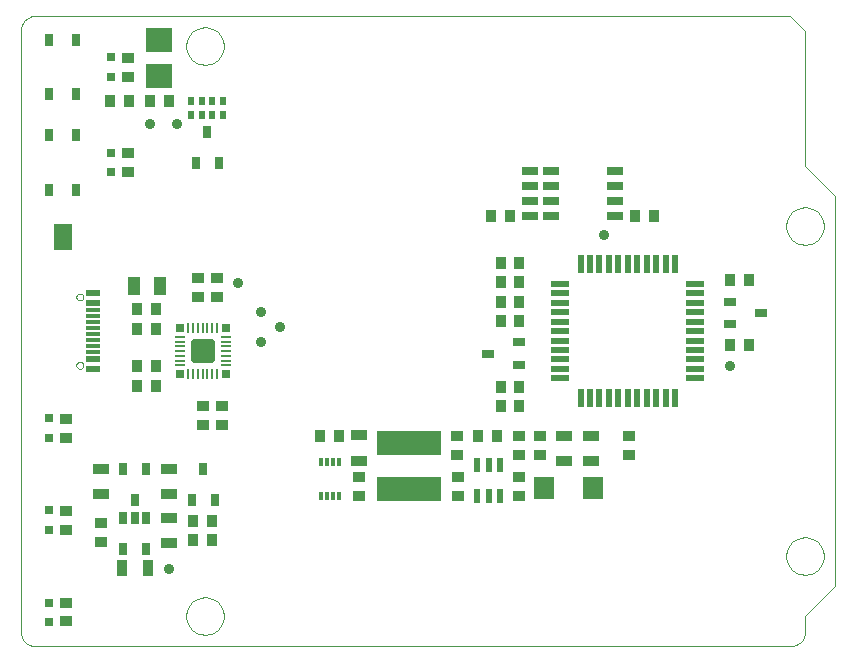
<source format=gbr>
G04 PROTEUS RS274X GERBER FILE*
%FSLAX45Y45*%
%MOMM*%
G01*
%AMPPAD089*
4,1,36,
0.423480,0.039380,
0.419120,0.053790,
0.412190,0.066740,
0.402970,0.077970,
0.391750,0.087190,
0.378790,0.094120,
0.364380,0.098480,
0.348800,0.100000,
-0.348800,0.100000,
-0.364380,0.098480,
-0.378790,0.094120,
-0.391750,0.087190,
-0.402970,0.077970,
-0.412190,0.066740,
-0.419120,0.053790,
-0.423480,0.039380,
-0.425000,0.023800,
-0.425000,-0.023800,
-0.423480,-0.039380,
-0.419120,-0.053790,
-0.412190,-0.066740,
-0.402970,-0.077970,
-0.391750,-0.087190,
-0.378790,-0.094120,
-0.364380,-0.098480,
-0.348800,-0.100000,
0.348800,-0.100000,
0.364380,-0.098480,
0.378790,-0.094120,
0.391750,-0.087190,
0.402970,-0.077970,
0.412190,-0.066740,
0.419120,-0.053790,
0.423480,-0.039380,
0.425000,-0.023800,
0.425000,0.023800,
0.423480,0.039380,
0*%
%ADD99PPAD089*%
%AMPPAD090*
4,1,36,
-0.039380,0.423480,
-0.053790,0.419120,
-0.066740,0.412190,
-0.077970,0.402970,
-0.087190,0.391750,
-0.094120,0.378790,
-0.098480,0.364380,
-0.100000,0.348800,
-0.100000,-0.348800,
-0.098480,-0.364380,
-0.094120,-0.378790,
-0.087190,-0.391750,
-0.077970,-0.402970,
-0.066740,-0.412190,
-0.053790,-0.419120,
-0.039380,-0.423480,
-0.023800,-0.425000,
0.023800,-0.425000,
0.039380,-0.423480,
0.053790,-0.419120,
0.066740,-0.412190,
0.077970,-0.402970,
0.087190,-0.391750,
0.094120,-0.378790,
0.098480,-0.364380,
0.100000,-0.348800,
0.100000,0.348800,
0.098480,0.364380,
0.094120,0.378790,
0.087190,0.391750,
0.077970,0.402970,
0.066740,0.412190,
0.053790,0.419120,
0.039380,0.423480,
0.023800,0.425000,
-0.023800,0.425000,
-0.039380,0.423480,
0*%
%ADD100PPAD090*%
%AMPPAD091*
4,1,36,
-0.797930,0.994950,
-0.845960,0.980400,
-0.889150,0.957300,
-0.926580,0.926580,
-0.957300,0.889150,
-0.980400,0.845960,
-0.994950,0.797930,
-1.000000,0.746000,
-1.000000,-0.746000,
-0.994950,-0.797930,
-0.980400,-0.845960,
-0.957300,-0.889150,
-0.926580,-0.926580,
-0.889150,-0.957300,
-0.845960,-0.980400,
-0.797930,-0.994950,
-0.746000,-1.000000,
0.746000,-1.000000,
0.797930,-0.994950,
0.845960,-0.980400,
0.889150,-0.957300,
0.926580,-0.926580,
0.957300,-0.889150,
0.980400,-0.845960,
0.994950,-0.797930,
1.000000,-0.746000,
1.000000,0.746000,
0.994950,0.797930,
0.980400,0.845960,
0.957300,0.889150,
0.926580,0.926580,
0.889150,0.957300,
0.845960,0.980400,
0.797930,0.994950,
0.746000,1.000000,
-0.746000,1.000000,
-0.797930,0.994950,
0*%
%ADD101PPAD091*%
%ADD23R,0.780000X0.780000*%
%ADD24R,0.700000X1.000000*%
%ADD25R,0.800000X0.800000*%
%ADD26R,1.650000X2.200000*%
%ADD27R,1.050000X0.900000*%
%ADD28R,0.900000X1.050000*%
%ADD29R,1.397000X0.889000*%
%ADD32R,0.600000X1.200000*%
%ADD33R,5.500000X2.150000*%
%ADD34R,0.550000X1.500000*%
%ADD35R,1.500000X0.550000*%
%ADD36R,0.711200X0.990600*%
%ADD37R,0.990600X0.711200*%
%ADD38C,0.889000*%
%ADD40R,0.660000X1.000000*%
%ADD41R,0.889000X1.397000*%
%ADD42R,1.473200X0.635000*%
%ADD43R,0.500000X0.800000*%
%ADD46R,2.286000X2.032000*%
%ADD47R,1.800000X1.900000*%
%ADD48R,0.300000X0.750000*%
%ADD49C,0.150000*%
%ADD52R,1.150000X0.600000*%
%ADD53R,1.150000X0.300000*%
%ADD54R,1.000000X1.500000*%
%ADD55C,0.025400*%
D99*
X+1736200Y+2377250D03*
X+1736200Y+2417250D03*
X+1736200Y+2457250D03*
X+1736200Y+2497250D03*
X+1736200Y+2537250D03*
X+1736200Y+2577250D03*
X+1736200Y+2617250D03*
D100*
X+1661200Y+2692250D03*
X+1621200Y+2692250D03*
X+1581200Y+2692250D03*
X+1541200Y+2692250D03*
X+1501200Y+2692250D03*
X+1461200Y+2692250D03*
X+1421200Y+2692250D03*
D99*
X+1346200Y+2617250D03*
X+1346200Y+2577250D03*
X+1346200Y+2537250D03*
X+1346200Y+2497250D03*
X+1346200Y+2457250D03*
X+1346200Y+2417250D03*
X+1346200Y+2377250D03*
D100*
X+1421200Y+2302250D03*
X+1461200Y+2302250D03*
X+1501200Y+2302250D03*
X+1541200Y+2302250D03*
X+1581200Y+2302250D03*
X+1621200Y+2302250D03*
X+1661200Y+2302250D03*
D101*
X+1541200Y+2497250D03*
D23*
X+1736200Y+2302250D03*
X+1736200Y+2692250D03*
X+1346200Y+2692250D03*
X+1346200Y+2302250D03*
D24*
X+466300Y+3864350D03*
X+466300Y+4324350D03*
X+241300Y+4324350D03*
X+241300Y+3864350D03*
X+466300Y+4670800D03*
X+466300Y+5130800D03*
X+241300Y+5130800D03*
X+241300Y+4670800D03*
D25*
X+762000Y+4984750D03*
X+762000Y+4819750D03*
X+241300Y+368200D03*
X+241300Y+203200D03*
D26*
X+355600Y+3467100D03*
D27*
X+387350Y+984350D03*
X+387350Y+1144350D03*
X+387350Y+368200D03*
X+387350Y+208200D03*
D25*
X+241300Y+1149350D03*
X+241300Y+984350D03*
D28*
X+1149350Y+2686800D03*
X+989350Y+2686800D03*
D27*
X+1501200Y+3117700D03*
X+1501200Y+2957700D03*
X+387350Y+1765400D03*
X+387350Y+1925400D03*
X+908050Y+4011950D03*
X+908050Y+4171950D03*
D25*
X+762000Y+4013200D03*
X+762000Y+4178200D03*
D28*
X+1149350Y+2204200D03*
X+989350Y+2204200D03*
D27*
X+1541200Y+2035550D03*
X+1541200Y+1875550D03*
X+1706300Y+1875550D03*
X+1706300Y+2035550D03*
D28*
X+4140200Y+3644900D03*
X+3980200Y+3644900D03*
D29*
X+1256030Y+1286610D03*
X+1256030Y+1499970D03*
D27*
X+1666300Y+2957700D03*
X+1666300Y+3117700D03*
D32*
X+3867650Y+1270000D03*
X+3962650Y+1270000D03*
X+4057650Y+1270000D03*
X+4057650Y+1530000D03*
X+3962650Y+1530000D03*
X+3867650Y+1530000D03*
D33*
X+3289300Y+1333500D03*
X+3289300Y+1718500D03*
D34*
X+5541650Y+3236999D03*
X+5461650Y+3236999D03*
X+5381650Y+3236999D03*
X+5301650Y+3236999D03*
X+5221650Y+3236999D03*
X+5141650Y+3236999D03*
X+5061650Y+3236999D03*
X+4981650Y+3236999D03*
X+4901650Y+3236999D03*
X+4821650Y+3236999D03*
X+4741650Y+3236999D03*
D35*
X+4571650Y+3066999D03*
X+4571650Y+2986999D03*
X+4571650Y+2906999D03*
X+4571650Y+2826999D03*
X+4571650Y+2746999D03*
X+4571650Y+2666999D03*
X+4571650Y+2586999D03*
X+4571650Y+2506999D03*
X+4571650Y+2426999D03*
X+4571650Y+2346999D03*
X+4571650Y+2266999D03*
D34*
X+4741650Y+2096999D03*
X+4821650Y+2096999D03*
X+4901650Y+2096999D03*
X+4981650Y+2096999D03*
X+5061650Y+2096999D03*
X+5141650Y+2096999D03*
X+5221650Y+2096999D03*
X+5301650Y+2096999D03*
X+5381650Y+2096999D03*
X+5461650Y+2096999D03*
X+5541650Y+2096999D03*
D35*
X+5711650Y+2266999D03*
X+5711650Y+2346999D03*
X+5711650Y+2426999D03*
X+5711650Y+2506999D03*
X+5711650Y+2586999D03*
X+5711650Y+2666999D03*
X+5711650Y+2746999D03*
X+5711650Y+2826999D03*
X+5711650Y+2906999D03*
X+5711650Y+2986999D03*
X+5711650Y+3066999D03*
D27*
X+4222750Y+1270000D03*
X+4222750Y+1430000D03*
D29*
X+4826000Y+1564640D03*
X+4826000Y+1778000D03*
D27*
X+3702050Y+1270000D03*
X+3702050Y+1430000D03*
D29*
X+4603750Y+1564640D03*
X+4603750Y+1778000D03*
D27*
X+4220150Y+1618750D03*
X+4220150Y+1778750D03*
D28*
X+3877250Y+1778750D03*
X+4037250Y+1778750D03*
D27*
X+4397950Y+1778750D03*
X+4397950Y+1618750D03*
X+3699450Y+1778750D03*
X+3699450Y+1618750D03*
D36*
X+1454150Y+1238350D03*
X+1644650Y+1238350D03*
X+1548130Y+1499970D03*
D28*
X+1460500Y+895450D03*
X+1620500Y+895450D03*
D27*
X+908050Y+4818400D03*
X+908050Y+4978400D03*
D28*
X+4064000Y+3079750D03*
X+4224000Y+3079750D03*
X+4064000Y+3244850D03*
X+4224000Y+3244850D03*
X+4064000Y+2914650D03*
X+4224000Y+2914650D03*
X+6010100Y+3098799D03*
X+6170100Y+3098799D03*
D37*
X+6010100Y+2914649D03*
X+6010100Y+2724149D03*
X+6271720Y+2820669D03*
D28*
X+5201900Y+3644900D03*
X+5361900Y+3644900D03*
D27*
X+5153600Y+1778750D03*
X+5153600Y+1618750D03*
D28*
X+6010100Y+2546349D03*
X+6170100Y+2546349D03*
X+4224000Y+2749550D03*
X+4064000Y+2749550D03*
D37*
X+4216400Y+2381250D03*
X+4216400Y+2571750D03*
X+3954780Y+2475230D03*
D28*
X+4064000Y+2197100D03*
X+4224000Y+2197100D03*
X+4224000Y+2032000D03*
X+4064000Y+2032000D03*
D25*
X+241300Y+1930400D03*
X+241300Y+1765400D03*
D38*
X+2034650Y+2577250D03*
X+2034650Y+2831250D03*
X+4937200Y+3478299D03*
X+6010100Y+2374899D03*
X+2199750Y+2704250D03*
X+1257300Y+654050D03*
D27*
X+2863850Y+1430000D03*
X+2863850Y+1270000D03*
D28*
X+2692400Y+1778000D03*
X+2532400Y+1778000D03*
D40*
X+1060200Y+1085950D03*
X+965200Y+1085950D03*
X+870200Y+1085950D03*
X+870200Y+825950D03*
X+1060200Y+825950D03*
D36*
X+1059180Y+1499970D03*
X+868680Y+1499970D03*
X+965200Y+1238350D03*
D29*
X+678180Y+1499970D03*
X+678180Y+1286610D03*
D27*
X+679200Y+881500D03*
X+679200Y+1041500D03*
D41*
X+1075690Y+657960D03*
X+862330Y+657960D03*
D29*
X+1257050Y+1085950D03*
X+1257050Y+872590D03*
D38*
X+1837750Y+3073250D03*
D42*
X+5030700Y+3644900D03*
X+5030700Y+3771900D03*
X+5030700Y+3898900D03*
X+5030700Y+4025900D03*
X+4490700Y+4025900D03*
X+4313150Y+4025900D03*
X+4313150Y+3898900D03*
X+4490700Y+3898900D03*
X+4313150Y+3771900D03*
X+4490700Y+3771900D03*
X+4313150Y+3644900D03*
X+4490700Y+3644900D03*
D43*
X+1714500Y+4616450D03*
X+1624500Y+4616450D03*
X+1534500Y+4616450D03*
X+1444500Y+4616450D03*
X+1444500Y+4496450D03*
X+1534500Y+4496450D03*
X+1624500Y+4496450D03*
X+1714500Y+4496450D03*
D28*
X+760750Y+4616450D03*
X+920750Y+4616450D03*
D46*
X+1171150Y+4830800D03*
X+1171150Y+5130800D03*
D28*
X+1253700Y+4616450D03*
X+1093700Y+4616450D03*
D38*
X+1320800Y+4419600D03*
X+1092200Y+4419600D03*
D36*
X+1487170Y+4088780D03*
X+1677670Y+4088780D03*
X+1581150Y+4350400D03*
D28*
X+1460500Y+1060550D03*
X+1620500Y+1060550D03*
D47*
X+4845050Y+1339850D03*
X+4435050Y+1339850D03*
D48*
X+2692400Y+1560600D03*
X+2642400Y+1560600D03*
X+2592400Y+1560600D03*
X+2542400Y+1560600D03*
X+2542400Y+1270000D03*
X+2592400Y+1270000D03*
X+2642400Y+1270000D03*
X+2692400Y+1270000D03*
D29*
X+2863850Y+1784350D03*
X+2863850Y+1570990D03*
D49*
X+502100Y+2377600D03*
X+502100Y+2955600D03*
D52*
X+609600Y+2986600D03*
X+609600Y+2906600D03*
D53*
X+609600Y+2791600D03*
X+609600Y+2691600D03*
X+609600Y+2641600D03*
X+609600Y+2541600D03*
D52*
X+609600Y+2346600D03*
X+609600Y+2426600D03*
D53*
X+609600Y+2491600D03*
X+609600Y+2591600D03*
X+609600Y+2741600D03*
X+609600Y+2841600D03*
D54*
X+1179850Y+3048750D03*
X+959850Y+3048750D03*
D28*
X+1149350Y+2371840D03*
X+989350Y+2371840D03*
X+1149350Y+2851900D03*
X+989350Y+2851900D03*
D55*
X+6800850Y+762000D02*
X+6800320Y+774958D01*
X+6796016Y+800876D01*
X+6787025Y+826794D01*
X+6772380Y+852712D01*
X+6749976Y+878466D01*
X+6724058Y+897958D01*
X+6698140Y+910530D01*
X+6672222Y+917866D01*
X+6646304Y+920694D01*
X+6642100Y+920750D01*
X+6483350Y+762000D02*
X+6483880Y+774958D01*
X+6488184Y+800876D01*
X+6497175Y+826794D01*
X+6511820Y+852712D01*
X+6534224Y+878466D01*
X+6560142Y+897958D01*
X+6586060Y+910530D01*
X+6611978Y+917866D01*
X+6637896Y+920694D01*
X+6642100Y+920750D01*
X+6483350Y+762000D02*
X+6483880Y+749042D01*
X+6488184Y+723124D01*
X+6497175Y+697206D01*
X+6511820Y+671288D01*
X+6534224Y+645534D01*
X+6560142Y+626042D01*
X+6586060Y+613470D01*
X+6611978Y+606134D01*
X+6637896Y+603306D01*
X+6642100Y+603250D01*
X+6800850Y+762000D02*
X+6800320Y+749042D01*
X+6796016Y+723124D01*
X+6787025Y+697206D01*
X+6772380Y+671288D01*
X+6749976Y+645534D01*
X+6724058Y+626042D01*
X+6698140Y+613470D01*
X+6672222Y+606134D01*
X+6646304Y+603306D01*
X+6642100Y+603250D01*
X+6800850Y+3556000D02*
X+6800320Y+3568958D01*
X+6796016Y+3594876D01*
X+6787025Y+3620794D01*
X+6772380Y+3646712D01*
X+6749976Y+3672466D01*
X+6724058Y+3691958D01*
X+6698140Y+3704530D01*
X+6672222Y+3711866D01*
X+6646304Y+3714694D01*
X+6642100Y+3714750D01*
X+6483350Y+3556000D02*
X+6483880Y+3568958D01*
X+6488184Y+3594876D01*
X+6497175Y+3620794D01*
X+6511820Y+3646712D01*
X+6534224Y+3672466D01*
X+6560142Y+3691958D01*
X+6586060Y+3704530D01*
X+6611978Y+3711866D01*
X+6637896Y+3714694D01*
X+6642100Y+3714750D01*
X+6483350Y+3556000D02*
X+6483880Y+3543042D01*
X+6488184Y+3517124D01*
X+6497175Y+3491206D01*
X+6511820Y+3465288D01*
X+6534224Y+3439534D01*
X+6560142Y+3420042D01*
X+6586060Y+3407470D01*
X+6611978Y+3400134D01*
X+6637896Y+3397306D01*
X+6642100Y+3397250D01*
X+6800850Y+3556000D02*
X+6800320Y+3543042D01*
X+6796016Y+3517124D01*
X+6787025Y+3491206D01*
X+6772380Y+3465288D01*
X+6749976Y+3439534D01*
X+6724058Y+3420042D01*
X+6698140Y+3407470D01*
X+6672222Y+3400134D01*
X+6646304Y+3397306D01*
X+6642100Y+3397250D01*
X+1720850Y+5080000D02*
X+1720320Y+5092958D01*
X+1716016Y+5118876D01*
X+1707025Y+5144794D01*
X+1692380Y+5170712D01*
X+1669976Y+5196466D01*
X+1644058Y+5215958D01*
X+1618140Y+5228530D01*
X+1592222Y+5235866D01*
X+1566304Y+5238694D01*
X+1562100Y+5238750D01*
X+1403350Y+5080000D02*
X+1403880Y+5092958D01*
X+1408184Y+5118876D01*
X+1417175Y+5144794D01*
X+1431820Y+5170712D01*
X+1454224Y+5196466D01*
X+1480142Y+5215958D01*
X+1506060Y+5228530D01*
X+1531978Y+5235866D01*
X+1557896Y+5238694D01*
X+1562100Y+5238750D01*
X+1403350Y+5080000D02*
X+1403880Y+5067042D01*
X+1408184Y+5041124D01*
X+1417175Y+5015206D01*
X+1431820Y+4989288D01*
X+1454224Y+4963534D01*
X+1480142Y+4944042D01*
X+1506060Y+4931470D01*
X+1531978Y+4924134D01*
X+1557896Y+4921306D01*
X+1562100Y+4921250D01*
X+1720850Y+5080000D02*
X+1720320Y+5067042D01*
X+1716016Y+5041124D01*
X+1707025Y+5015206D01*
X+1692380Y+4989288D01*
X+1669976Y+4963534D01*
X+1644058Y+4944042D01*
X+1618140Y+4931470D01*
X+1592222Y+4924134D01*
X+1566304Y+4921306D01*
X+1562100Y+4921250D01*
X+1720850Y+254000D02*
X+1720320Y+266958D01*
X+1716016Y+292876D01*
X+1707025Y+318794D01*
X+1692380Y+344712D01*
X+1669976Y+370466D01*
X+1644058Y+389958D01*
X+1618140Y+402530D01*
X+1592222Y+409866D01*
X+1566304Y+412694D01*
X+1562100Y+412750D01*
X+1403350Y+254000D02*
X+1403880Y+266958D01*
X+1408184Y+292876D01*
X+1417175Y+318794D01*
X+1431820Y+344712D01*
X+1454224Y+370466D01*
X+1480142Y+389958D01*
X+1506060Y+402530D01*
X+1531978Y+409866D01*
X+1557896Y+412694D01*
X+1562100Y+412750D01*
X+1403350Y+254000D02*
X+1403880Y+241042D01*
X+1408184Y+215124D01*
X+1417175Y+189206D01*
X+1431820Y+163288D01*
X+1454224Y+137534D01*
X+1480142Y+118042D01*
X+1506060Y+105470D01*
X+1531978Y+98134D01*
X+1557896Y+95306D01*
X+1562100Y+95250D01*
X+1720850Y+254000D02*
X+1720320Y+241042D01*
X+1716016Y+215124D01*
X+1707025Y+189206D01*
X+1692380Y+163288D01*
X+1669976Y+137534D01*
X+1644058Y+118042D01*
X+1618140Y+105470D01*
X+1592222Y+98134D01*
X+1566304Y+95306D01*
X+1562100Y+95250D01*
X+127000Y+0D02*
X+101032Y+2527D01*
X+77018Y+9798D01*
X+55423Y+21347D01*
X+36711Y+36711D01*
X+21348Y+55423D01*
X+9798Y+77018D01*
X+2527Y+101032D01*
X+0Y+127000D01*
X+0Y+5207000D01*
X+2527Y+5232967D01*
X+9798Y+5256981D01*
X+21348Y+5278577D01*
X+36711Y+5297289D01*
X+55423Y+5312652D01*
X+77018Y+5324202D01*
X+101032Y+5331473D01*
X+127000Y+5334000D01*
X+6515100Y+5334000D01*
X+6642100Y+5207000D01*
X+6642100Y+4064000D01*
X+6896100Y+3810000D01*
X+6896100Y+508000D01*
X+6642100Y+254000D01*
X+6642100Y+127000D01*
X+6639573Y+101032D01*
X+6632302Y+77018D01*
X+6620752Y+55423D01*
X+6605389Y+36711D01*
X+6586677Y+21347D01*
X+6565081Y+9798D01*
X+6541067Y+2527D01*
X+6515100Y+0D01*
X+127000Y+0D01*
X+531310Y+2377600D02*
X+531209Y+2380024D01*
X+530390Y+2384873D01*
X+528676Y+2389722D01*
X+525874Y+2394571D01*
X+521589Y+2399358D01*
X+516740Y+2402876D01*
X+511891Y+2405120D01*
X+507042Y+2406389D01*
X+502193Y+2406810D01*
X+502100Y+2406810D01*
X+472890Y+2377600D02*
X+472991Y+2380024D01*
X+473810Y+2384873D01*
X+475524Y+2389722D01*
X+478326Y+2394571D01*
X+482611Y+2399358D01*
X+487460Y+2402876D01*
X+492309Y+2405120D01*
X+497158Y+2406389D01*
X+502007Y+2406810D01*
X+502100Y+2406810D01*
X+472890Y+2377600D02*
X+472991Y+2375176D01*
X+473810Y+2370327D01*
X+475524Y+2365478D01*
X+478326Y+2360629D01*
X+482611Y+2355842D01*
X+487460Y+2352324D01*
X+492309Y+2350080D01*
X+497158Y+2348811D01*
X+502007Y+2348390D01*
X+502100Y+2348390D01*
X+531310Y+2377600D02*
X+531209Y+2375176D01*
X+530390Y+2370327D01*
X+528676Y+2365478D01*
X+525874Y+2360629D01*
X+521589Y+2355842D01*
X+516740Y+2352324D01*
X+511891Y+2350080D01*
X+507042Y+2348811D01*
X+502193Y+2348390D01*
X+502100Y+2348390D01*
X+531310Y+2955600D02*
X+531209Y+2958024D01*
X+530390Y+2962873D01*
X+528676Y+2967722D01*
X+525874Y+2972571D01*
X+521589Y+2977358D01*
X+516740Y+2980876D01*
X+511891Y+2983120D01*
X+507042Y+2984389D01*
X+502193Y+2984810D01*
X+502100Y+2984810D01*
X+472890Y+2955600D02*
X+472991Y+2958024D01*
X+473810Y+2962873D01*
X+475524Y+2967722D01*
X+478326Y+2972571D01*
X+482611Y+2977358D01*
X+487460Y+2980876D01*
X+492309Y+2983120D01*
X+497158Y+2984389D01*
X+502007Y+2984810D01*
X+502100Y+2984810D01*
X+472890Y+2955600D02*
X+472991Y+2953176D01*
X+473810Y+2948327D01*
X+475524Y+2943478D01*
X+478326Y+2938629D01*
X+482611Y+2933842D01*
X+487460Y+2930324D01*
X+492309Y+2928080D01*
X+497158Y+2926811D01*
X+502007Y+2926390D01*
X+502100Y+2926390D01*
X+531310Y+2955600D02*
X+531209Y+2953176D01*
X+530390Y+2948327D01*
X+528676Y+2943478D01*
X+525874Y+2938629D01*
X+521589Y+2933842D01*
X+516740Y+2930324D01*
X+511891Y+2928080D01*
X+507042Y+2926811D01*
X+502193Y+2926390D01*
X+502100Y+2926390D01*
M02*

</source>
